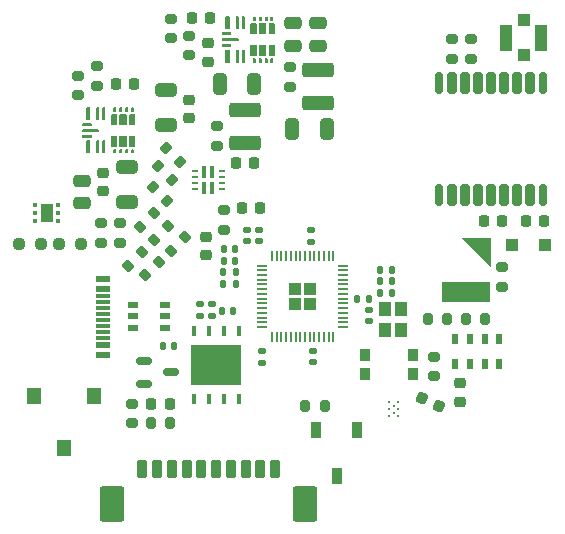
<source format=gtp>
%TF.GenerationSoftware,KiCad,Pcbnew,7.0.5-0*%
%TF.CreationDate,2024-02-18T18:21:39-05:00*%
%TF.ProjectId,BITSv5,42495453-7635-42e6-9b69-6361645f7063,2*%
%TF.SameCoordinates,Original*%
%TF.FileFunction,Paste,Top*%
%TF.FilePolarity,Positive*%
%FSLAX46Y46*%
G04 Gerber Fmt 4.6, Leading zero omitted, Abs format (unit mm)*
G04 Created by KiCad (PCBNEW 7.0.5-0) date 2024-02-18 18:21:39*
%MOMM*%
%LPD*%
G01*
G04 APERTURE LIST*
G04 Aperture macros list*
%AMRoundRect*
0 Rectangle with rounded corners*
0 $1 Rounding radius*
0 $2 $3 $4 $5 $6 $7 $8 $9 X,Y pos of 4 corners*
0 Add a 4 corners polygon primitive as box body*
4,1,4,$2,$3,$4,$5,$6,$7,$8,$9,$2,$3,0*
0 Add four circle primitives for the rounded corners*
1,1,$1+$1,$2,$3*
1,1,$1+$1,$4,$5*
1,1,$1+$1,$6,$7*
1,1,$1+$1,$8,$9*
0 Add four rect primitives between the rounded corners*
20,1,$1+$1,$2,$3,$4,$5,0*
20,1,$1+$1,$4,$5,$6,$7,0*
20,1,$1+$1,$6,$7,$8,$9,0*
20,1,$1+$1,$8,$9,$2,$3,0*%
G04 Aperture macros list end*
%ADD10C,0.000100*%
%ADD11RoundRect,0.200000X0.200000X0.275000X-0.200000X0.275000X-0.200000X-0.275000X0.200000X-0.275000X0*%
%ADD12RoundRect,0.225000X-0.225000X-0.250000X0.225000X-0.250000X0.225000X0.250000X-0.225000X0.250000X0*%
%ADD13RoundRect,0.140000X0.140000X0.170000X-0.140000X0.170000X-0.140000X-0.170000X0.140000X-0.170000X0*%
%ADD14R,1.193800X1.397000*%
%ADD15RoundRect,0.250000X0.292217X-0.292217X0.292217X0.292217X-0.292217X0.292217X-0.292217X-0.292217X0*%
%ADD16RoundRect,0.050000X0.050000X-0.387500X0.050000X0.387500X-0.050000X0.387500X-0.050000X-0.387500X0*%
%ADD17RoundRect,0.050000X0.387500X-0.050000X0.387500X0.050000X-0.387500X0.050000X-0.387500X-0.050000X0*%
%ADD18RoundRect,0.200000X0.053033X-0.335876X0.335876X-0.053033X-0.053033X0.335876X-0.335876X0.053033X0*%
%ADD19R,0.972299X0.558000*%
%ADD20R,4.100000X1.700000*%
%ADD21RoundRect,0.200000X-0.275000X0.200000X-0.275000X-0.200000X0.275000X-0.200000X0.275000X0.200000X0*%
%ADD22RoundRect,0.250000X-0.475000X0.250000X-0.475000X-0.250000X0.475000X-0.250000X0.475000X0.250000X0*%
%ADD23RoundRect,0.135000X0.135000X0.185000X-0.135000X0.185000X-0.135000X-0.185000X0.135000X-0.185000X0*%
%ADD24RoundRect,0.200000X0.275000X-0.200000X0.275000X0.200000X-0.275000X0.200000X-0.275000X-0.200000X0*%
%ADD25RoundRect,0.200000X0.335876X0.053033X0.053033X0.335876X-0.335876X-0.053033X-0.053033X-0.335876X0*%
%ADD26R,1.150000X0.600000*%
%ADD27R,1.150000X0.300000*%
%ADD28RoundRect,0.140000X0.170000X-0.140000X0.170000X0.140000X-0.170000X0.140000X-0.170000X-0.140000X0*%
%ADD29RoundRect,0.150000X-0.512500X-0.150000X0.512500X-0.150000X0.512500X0.150000X-0.512500X0.150000X0*%
%ADD30RoundRect,0.250000X-0.325000X-0.650000X0.325000X-0.650000X0.325000X0.650000X-0.325000X0.650000X0*%
%ADD31RoundRect,0.250000X0.475000X-0.250000X0.475000X0.250000X-0.475000X0.250000X-0.475000X-0.250000X0*%
%ADD32R,0.399999X1.050000*%
%ADD33R,0.599999X0.200000*%
%ADD34RoundRect,0.140000X-0.170000X0.140000X-0.170000X-0.140000X0.170000X-0.140000X0.170000X0.140000X0*%
%ADD35R,0.550000X0.950000*%
%ADD36RoundRect,0.225000X0.225000X0.250000X-0.225000X0.250000X-0.225000X-0.250000X0.225000X-0.250000X0*%
%ADD37R,0.900000X1.000000*%
%ADD38R,0.811200X1.406398*%
%ADD39RoundRect,0.250000X0.650000X-0.325000X0.650000X0.325000X-0.650000X0.325000X-0.650000X-0.325000X0*%
%ADD40RoundRect,0.140000X-0.140000X-0.170000X0.140000X-0.170000X0.140000X0.170000X-0.140000X0.170000X0*%
%ADD41R,1.000000X1.150000*%
%ADD42RoundRect,0.225000X-0.250000X0.225000X-0.250000X-0.225000X0.250000X-0.225000X0.250000X0.225000X0*%
%ADD43RoundRect,0.225000X0.250000X-0.225000X0.250000X0.225000X-0.250000X0.225000X-0.250000X-0.225000X0*%
%ADD44R,0.449999X0.299999*%
%ADD45R,1.000000X1.599999*%
%ADD46RoundRect,0.250000X-1.075000X0.375000X-1.075000X-0.375000X1.075000X-0.375000X1.075000X0.375000X0*%
%ADD47RoundRect,0.200000X-0.335876X-0.053033X-0.053033X-0.335876X0.335876X0.053033X0.053033X0.335876X0*%
%ADD48RoundRect,0.200000X-0.200000X-0.275000X0.200000X-0.275000X0.200000X0.275000X-0.200000X0.275000X0*%
%ADD49RoundRect,0.135000X-0.135000X-0.185000X0.135000X-0.185000X0.135000X0.185000X-0.135000X0.185000X0*%
%ADD50RoundRect,0.225000X-0.309574X-0.131488X0.098265X-0.321666X0.309574X0.131488X-0.098265X0.321666X0*%
%ADD51RoundRect,0.200000X-0.053033X0.335876X-0.335876X0.053033X0.053033X-0.335876X0.335876X-0.053033X0*%
%ADD52RoundRect,0.200000X-0.200000X-0.600000X0.200000X-0.600000X0.200000X0.600000X-0.200000X0.600000X0*%
%ADD53RoundRect,0.250001X-0.799999X-1.249999X0.799999X-1.249999X0.799999X1.249999X-0.799999X1.249999X0*%
%ADD54RoundRect,0.218750X0.218750X0.256250X-0.218750X0.256250X-0.218750X-0.256250X0.218750X-0.256250X0*%
%ADD55RoundRect,0.250000X1.075000X-0.375000X1.075000X0.375000X-1.075000X0.375000X-1.075000X-0.375000X0*%
%ADD56RoundRect,0.250000X-0.300000X-0.300000X0.300000X-0.300000X0.300000X0.300000X-0.300000X0.300000X0*%
%ADD57R,1.000000X1.000000*%
%ADD58R,1.050000X2.200000*%
%ADD59RoundRect,0.237500X-0.250000X-0.237500X0.250000X-0.237500X0.250000X0.237500X-0.250000X0.237500X0*%
%ADD60C,0.200000*%
%ADD61RoundRect,0.237500X0.250000X0.237500X-0.250000X0.237500X-0.250000X-0.237500X0.250000X-0.237500X0*%
%ADD62R,0.431800X0.965200*%
%ADD63R,4.343400X3.454400*%
%ADD64RoundRect,0.250000X-0.650000X0.325000X-0.650000X-0.325000X0.650000X-0.325000X0.650000X0.325000X0*%
%ADD65RoundRect,0.175000X0.175000X-0.725000X0.175000X0.725000X-0.175000X0.725000X-0.175000X-0.725000X0*%
%ADD66RoundRect,0.200000X0.200000X-0.700000X0.200000X0.700000X-0.200000X0.700000X-0.200000X-0.700000X0*%
G04 APERTURE END LIST*
%TO.C,BT2*%
D10*
X146250000Y-64300000D02*
X143850000Y-61900000D01*
X146250000Y-61900000D01*
X146250000Y-64300000D01*
G36*
X146250000Y-64300000D02*
G01*
X143850000Y-61900000D01*
X146250000Y-61900000D01*
X146250000Y-64300000D01*
G37*
%TO.C,U8*%
G36*
X124213001Y-46012501D02*
G01*
X124213001Y-47012499D01*
X124163001Y-47062501D01*
X123888001Y-47062501D01*
X123838001Y-47012499D01*
X123838001Y-46012501D01*
X123888001Y-45962501D01*
X124163001Y-45962501D01*
X124213001Y-46012501D01*
G37*
G36*
X124962502Y-46012501D02*
G01*
X124962502Y-47012499D01*
X124912502Y-47062501D01*
X124762502Y-47062501D01*
X124712500Y-47012499D01*
X124712500Y-46012501D01*
X124762502Y-45962501D01*
X124912502Y-45962501D01*
X124962502Y-46012501D01*
G37*
G36*
X126412501Y-46737000D02*
G01*
X126412501Y-47012001D01*
X126362502Y-47062001D01*
X126212502Y-47062001D01*
X126162502Y-47012001D01*
X126162502Y-46737000D01*
X126212502Y-46687000D01*
X126362502Y-46687000D01*
X126412501Y-46737000D01*
G37*
G36*
X126912500Y-46737000D02*
G01*
X126912500Y-47012001D01*
X126862501Y-47062001D01*
X126712501Y-47062001D01*
X126662501Y-47012001D01*
X126662501Y-46737000D01*
X126712501Y-46687000D01*
X126862501Y-46687000D01*
X126912500Y-46737000D01*
G37*
G36*
X127412502Y-46737000D02*
G01*
X127412502Y-47012001D01*
X127362502Y-47062001D01*
X127212500Y-47062001D01*
X127162500Y-47012001D01*
X127162500Y-46737000D01*
X127212500Y-46687000D01*
X127362502Y-46687000D01*
X127412502Y-46737000D01*
G37*
G36*
X127912501Y-46737000D02*
G01*
X127912501Y-47012001D01*
X127862501Y-47062001D01*
X127712501Y-47062001D01*
X127662501Y-47012001D01*
X127662501Y-46737000D01*
X127712501Y-46687000D01*
X127862501Y-46687000D01*
X127912501Y-46737000D01*
G37*
G36*
X126480002Y-45612499D02*
G01*
X126480002Y-46442500D01*
X126430002Y-46492500D01*
X126015002Y-46492500D01*
X125965002Y-46442500D01*
X125965002Y-45612499D01*
X126015002Y-45562499D01*
X126430002Y-45562499D01*
X126480002Y-45612499D01*
G37*
G36*
X127297501Y-45612499D02*
G01*
X127297501Y-46442500D01*
X127247501Y-46492500D01*
X126727502Y-46492500D01*
X126677502Y-46442500D01*
X126677502Y-45612499D01*
X126727502Y-45562499D01*
X127247501Y-45562499D01*
X127297501Y-45612499D01*
G37*
G36*
X128015000Y-45612499D02*
G01*
X128015000Y-46442500D01*
X127965000Y-46492500D01*
X127550000Y-46492500D01*
X127500000Y-46442500D01*
X127500000Y-45612499D01*
X127550000Y-45562499D01*
X127965000Y-45562499D01*
X128015000Y-45612499D01*
G37*
G36*
X125462501Y-46012501D02*
G01*
X125462501Y-47012499D01*
X125412501Y-47062499D01*
X125262501Y-47062499D01*
X125212501Y-47012499D01*
X125212501Y-46012501D01*
X125262501Y-45962501D01*
X125412501Y-45962501D01*
X125462501Y-46012501D01*
G37*
G36*
X124337502Y-45537500D02*
G01*
X124337502Y-45687500D01*
X124287502Y-45737500D01*
X123587503Y-45737500D01*
X123537501Y-45687500D01*
X123537501Y-45537500D01*
X123587503Y-45487501D01*
X124287502Y-45487501D01*
X124337502Y-45537500D01*
G37*
G36*
X124963002Y-45062500D02*
G01*
X124963002Y-45162500D01*
X124887501Y-45212500D01*
X123588001Y-45212500D01*
X123538001Y-45162500D01*
X123537501Y-45062500D01*
X123588001Y-45012500D01*
X124887501Y-45012500D01*
X124963002Y-45062500D01*
G37*
G36*
X127297501Y-43782500D02*
G01*
X127297501Y-44612501D01*
X127247501Y-44662501D01*
X126727502Y-44662501D01*
X126677502Y-44612501D01*
X126677502Y-43782500D01*
X126727502Y-43732500D01*
X127247501Y-43732500D01*
X127297501Y-43782500D01*
G37*
G36*
X124337502Y-44537500D02*
G01*
X124337502Y-44687500D01*
X124287502Y-44737499D01*
X123587503Y-44737499D01*
X123537503Y-44687500D01*
X123537503Y-44537500D01*
X123587503Y-44487500D01*
X124287502Y-44487500D01*
X124337502Y-44537500D01*
G37*
G36*
X124962502Y-43212501D02*
G01*
X124962502Y-44212499D01*
X124912502Y-44262499D01*
X124762502Y-44262499D01*
X124712500Y-44212499D01*
X124712500Y-43212501D01*
X124762502Y-43162499D01*
X124912502Y-43162499D01*
X124962502Y-43212501D01*
G37*
G36*
X125462501Y-43212501D02*
G01*
X125462501Y-44212499D01*
X125412501Y-44262499D01*
X125262501Y-44262499D01*
X125212501Y-44212499D01*
X125212501Y-43212501D01*
X125262501Y-43162501D01*
X125412501Y-43162501D01*
X125462501Y-43212501D01*
G37*
G36*
X126480002Y-43782500D02*
G01*
X126480002Y-44612501D01*
X126430002Y-44662501D01*
X126015002Y-44662501D01*
X125965002Y-44612501D01*
X125965002Y-43782500D01*
X126015002Y-43732500D01*
X126430002Y-43732500D01*
X126480002Y-43782500D01*
G37*
G36*
X128015000Y-43782500D02*
G01*
X128015000Y-44612501D01*
X127965000Y-44662501D01*
X127550000Y-44662501D01*
X127500000Y-44612501D01*
X127500000Y-43782500D01*
X127550000Y-43732500D01*
X127965000Y-43732500D01*
X128015000Y-43782500D01*
G37*
G36*
X126412501Y-43212999D02*
G01*
X126412501Y-43488000D01*
X126362502Y-43538000D01*
X126212502Y-43538000D01*
X126162502Y-43488000D01*
X126162502Y-43212999D01*
X126212502Y-43162999D01*
X126362502Y-43162999D01*
X126412501Y-43212999D01*
G37*
G36*
X126912500Y-43212999D02*
G01*
X126912500Y-43488000D01*
X126862501Y-43538000D01*
X126712501Y-43538000D01*
X126662501Y-43488000D01*
X126662501Y-43212999D01*
X126712501Y-43162999D01*
X126862501Y-43162999D01*
X126912500Y-43212999D01*
G37*
G36*
X127412502Y-43212999D02*
G01*
X127412502Y-43488000D01*
X127362502Y-43538000D01*
X127212500Y-43538000D01*
X127162500Y-43488000D01*
X127162500Y-43212999D01*
X127212500Y-43162999D01*
X127362502Y-43162999D01*
X127412502Y-43212999D01*
G37*
G36*
X127912501Y-43212999D02*
G01*
X127912501Y-43488000D01*
X127862501Y-43538000D01*
X127712501Y-43538000D01*
X127662501Y-43488000D01*
X127662501Y-43212999D01*
X127712501Y-43162999D01*
X127862501Y-43162999D01*
X127912501Y-43212999D01*
G37*
G36*
X124213001Y-43212501D02*
G01*
X124213001Y-44212499D01*
X124163001Y-44262499D01*
X123888001Y-44262499D01*
X123838001Y-44212499D01*
X123838001Y-43212501D01*
X123888001Y-43162499D01*
X124163001Y-43162499D01*
X124213001Y-43212501D01*
G37*
%TO.C,U9*%
G36*
X109160560Y-59000941D02*
G01*
X109169753Y-59003730D01*
X109178224Y-59008259D01*
X109185648Y-59014353D01*
X109191741Y-59021777D01*
X109196270Y-59030248D01*
X109199059Y-59039440D01*
X109200002Y-59049001D01*
X109200002Y-59651001D01*
X109199059Y-59660562D01*
X109196270Y-59669754D01*
X109191741Y-59678225D01*
X109185648Y-59685649D01*
X109178224Y-59691743D01*
X109169753Y-59696271D01*
X109160560Y-59699060D01*
X109151000Y-59700003D01*
X108249000Y-59700003D01*
X108239440Y-59699060D01*
X108230247Y-59696271D01*
X108221776Y-59691743D01*
X108214352Y-59685649D01*
X108208259Y-59678225D01*
X108203730Y-59669754D01*
X108200941Y-59660562D01*
X108199998Y-59651001D01*
X108199998Y-59049001D01*
X108200941Y-59039440D01*
X108203730Y-59030248D01*
X108208259Y-59021777D01*
X108214352Y-59014353D01*
X108221776Y-59008259D01*
X108230247Y-59003730D01*
X108239440Y-59000941D01*
X108249000Y-59000002D01*
X109151000Y-59000002D01*
X109160560Y-59000941D01*
G37*
G36*
X109160560Y-59900940D02*
G01*
X109169753Y-59903729D01*
X109178224Y-59908257D01*
X109185648Y-59914351D01*
X109191741Y-59921775D01*
X109196270Y-59930246D01*
X109199059Y-59939438D01*
X109200002Y-59948999D01*
X109200002Y-60550999D01*
X109199059Y-60560560D01*
X109196270Y-60569752D01*
X109191741Y-60578223D01*
X109185648Y-60585647D01*
X109178224Y-60591741D01*
X109169753Y-60596270D01*
X109160560Y-60599059D01*
X109151000Y-60599998D01*
X108249000Y-60599998D01*
X108239440Y-60599059D01*
X108230247Y-60596270D01*
X108221776Y-60591741D01*
X108214352Y-60585647D01*
X108208259Y-60578223D01*
X108203730Y-60569752D01*
X108200941Y-60560560D01*
X108199998Y-60550999D01*
X108199998Y-59948999D01*
X108200941Y-59939438D01*
X108203730Y-59930246D01*
X108208259Y-59921775D01*
X108214352Y-59914351D01*
X108221776Y-59908257D01*
X108230247Y-59903729D01*
X108239440Y-59900940D01*
X108249000Y-59899997D01*
X109151000Y-59899997D01*
X109160560Y-59900940D01*
G37*
%TO.C,U5*%
G36*
X112413001Y-53700001D02*
G01*
X112413001Y-54699999D01*
X112363001Y-54750001D01*
X112088001Y-54750001D01*
X112038001Y-54699999D01*
X112038001Y-53700001D01*
X112088001Y-53650001D01*
X112363001Y-53650001D01*
X112413001Y-53700001D01*
G37*
G36*
X113162502Y-53700001D02*
G01*
X113162502Y-54699999D01*
X113112502Y-54750001D01*
X112962502Y-54750001D01*
X112912500Y-54699999D01*
X112912500Y-53700001D01*
X112962502Y-53650001D01*
X113112502Y-53650001D01*
X113162502Y-53700001D01*
G37*
G36*
X114612501Y-54424500D02*
G01*
X114612501Y-54699501D01*
X114562502Y-54749501D01*
X114412502Y-54749501D01*
X114362502Y-54699501D01*
X114362502Y-54424500D01*
X114412502Y-54374500D01*
X114562502Y-54374500D01*
X114612501Y-54424500D01*
G37*
G36*
X115112500Y-54424500D02*
G01*
X115112500Y-54699501D01*
X115062501Y-54749501D01*
X114912501Y-54749501D01*
X114862501Y-54699501D01*
X114862501Y-54424500D01*
X114912501Y-54374500D01*
X115062501Y-54374500D01*
X115112500Y-54424500D01*
G37*
G36*
X115612502Y-54424500D02*
G01*
X115612502Y-54699501D01*
X115562502Y-54749501D01*
X115412500Y-54749501D01*
X115362500Y-54699501D01*
X115362500Y-54424500D01*
X115412500Y-54374500D01*
X115562502Y-54374500D01*
X115612502Y-54424500D01*
G37*
G36*
X116112501Y-54424500D02*
G01*
X116112501Y-54699501D01*
X116062501Y-54749501D01*
X115912501Y-54749501D01*
X115862501Y-54699501D01*
X115862501Y-54424500D01*
X115912501Y-54374500D01*
X116062501Y-54374500D01*
X116112501Y-54424500D01*
G37*
G36*
X114680002Y-53299999D02*
G01*
X114680002Y-54130000D01*
X114630002Y-54180000D01*
X114215002Y-54180000D01*
X114165002Y-54130000D01*
X114165002Y-53299999D01*
X114215002Y-53249999D01*
X114630002Y-53249999D01*
X114680002Y-53299999D01*
G37*
G36*
X115497501Y-53299999D02*
G01*
X115497501Y-54130000D01*
X115447501Y-54180000D01*
X114927502Y-54180000D01*
X114877502Y-54130000D01*
X114877502Y-53299999D01*
X114927502Y-53249999D01*
X115447501Y-53249999D01*
X115497501Y-53299999D01*
G37*
G36*
X116215000Y-53299999D02*
G01*
X116215000Y-54130000D01*
X116165000Y-54180000D01*
X115750000Y-54180000D01*
X115700000Y-54130000D01*
X115700000Y-53299999D01*
X115750000Y-53249999D01*
X116165000Y-53249999D01*
X116215000Y-53299999D01*
G37*
G36*
X113662501Y-53700001D02*
G01*
X113662501Y-54699999D01*
X113612501Y-54749999D01*
X113462501Y-54749999D01*
X113412501Y-54699999D01*
X113412501Y-53700001D01*
X113462501Y-53650001D01*
X113612501Y-53650001D01*
X113662501Y-53700001D01*
G37*
G36*
X112537502Y-53225000D02*
G01*
X112537502Y-53375000D01*
X112487502Y-53425000D01*
X111787503Y-53425000D01*
X111737501Y-53375000D01*
X111737501Y-53225000D01*
X111787503Y-53175001D01*
X112487502Y-53175001D01*
X112537502Y-53225000D01*
G37*
G36*
X113163002Y-52750000D02*
G01*
X113163002Y-52850000D01*
X113087501Y-52900000D01*
X111788001Y-52900000D01*
X111738001Y-52850000D01*
X111737501Y-52750000D01*
X111788001Y-52700000D01*
X113087501Y-52700000D01*
X113163002Y-52750000D01*
G37*
G36*
X115497501Y-51470000D02*
G01*
X115497501Y-52300001D01*
X115447501Y-52350001D01*
X114927502Y-52350001D01*
X114877502Y-52300001D01*
X114877502Y-51470000D01*
X114927502Y-51420000D01*
X115447501Y-51420000D01*
X115497501Y-51470000D01*
G37*
G36*
X112537502Y-52225000D02*
G01*
X112537502Y-52375000D01*
X112487502Y-52424999D01*
X111787503Y-52424999D01*
X111737503Y-52375000D01*
X111737503Y-52225000D01*
X111787503Y-52175000D01*
X112487502Y-52175000D01*
X112537502Y-52225000D01*
G37*
G36*
X113162502Y-50900001D02*
G01*
X113162502Y-51899999D01*
X113112502Y-51949999D01*
X112962502Y-51949999D01*
X112912500Y-51899999D01*
X112912500Y-50900001D01*
X112962502Y-50849999D01*
X113112502Y-50849999D01*
X113162502Y-50900001D01*
G37*
G36*
X113662501Y-50900001D02*
G01*
X113662501Y-51899999D01*
X113612501Y-51949999D01*
X113462501Y-51949999D01*
X113412501Y-51899999D01*
X113412501Y-50900001D01*
X113462501Y-50850001D01*
X113612501Y-50850001D01*
X113662501Y-50900001D01*
G37*
G36*
X114680002Y-51470000D02*
G01*
X114680002Y-52300001D01*
X114630002Y-52350001D01*
X114215002Y-52350001D01*
X114165002Y-52300001D01*
X114165002Y-51470000D01*
X114215002Y-51420000D01*
X114630002Y-51420000D01*
X114680002Y-51470000D01*
G37*
G36*
X116215000Y-51470000D02*
G01*
X116215000Y-52300001D01*
X116165000Y-52350001D01*
X115750000Y-52350001D01*
X115700000Y-52300001D01*
X115700000Y-51470000D01*
X115750000Y-51420000D01*
X116165000Y-51420000D01*
X116215000Y-51470000D01*
G37*
G36*
X114612501Y-50900499D02*
G01*
X114612501Y-51175500D01*
X114562502Y-51225500D01*
X114412502Y-51225500D01*
X114362502Y-51175500D01*
X114362502Y-50900499D01*
X114412502Y-50850499D01*
X114562502Y-50850499D01*
X114612501Y-50900499D01*
G37*
G36*
X115112500Y-50900499D02*
G01*
X115112500Y-51175500D01*
X115062501Y-51225500D01*
X114912501Y-51225500D01*
X114862501Y-51175500D01*
X114862501Y-50900499D01*
X114912501Y-50850499D01*
X115062501Y-50850499D01*
X115112500Y-50900499D01*
G37*
G36*
X115612502Y-50900499D02*
G01*
X115612502Y-51175500D01*
X115562502Y-51225500D01*
X115412500Y-51225500D01*
X115362500Y-51175500D01*
X115362500Y-50900499D01*
X115412500Y-50850499D01*
X115562502Y-50850499D01*
X115612502Y-50900499D01*
G37*
G36*
X116112501Y-50900499D02*
G01*
X116112501Y-51175500D01*
X116062501Y-51225500D01*
X115912501Y-51225500D01*
X115862501Y-51175500D01*
X115862501Y-50900499D01*
X115912501Y-50850499D01*
X116062501Y-50850499D01*
X116112501Y-50900499D01*
G37*
G36*
X112413001Y-50900001D02*
G01*
X112413001Y-51899999D01*
X112363001Y-51949999D01*
X112088001Y-51949999D01*
X112038001Y-51899999D01*
X112038001Y-50900001D01*
X112088001Y-50849999D01*
X112363001Y-50849999D01*
X112413001Y-50900001D01*
G37*
%TO.C,U2*%
G36*
X122261100Y-74328000D02*
G01*
X121013300Y-74328000D01*
X121013300Y-72800800D01*
X122261100Y-72800800D01*
X122261100Y-74328000D01*
G37*
G36*
X123708900Y-74328000D02*
G01*
X122461100Y-74328000D01*
X122461100Y-72800800D01*
X123708900Y-72800800D01*
X123708900Y-74328000D01*
G37*
G36*
X125156700Y-74328000D02*
G01*
X123908900Y-74328000D01*
X123908900Y-72800800D01*
X125156700Y-72800800D01*
X125156700Y-74328000D01*
G37*
G36*
X122261100Y-72600800D02*
G01*
X121013300Y-72600800D01*
X121013300Y-71073600D01*
X122261100Y-71073600D01*
X122261100Y-72600800D01*
G37*
G36*
X123708900Y-72600800D02*
G01*
X122461100Y-72600800D01*
X122461100Y-71073600D01*
X123708900Y-71073600D01*
X123708900Y-72600800D01*
G37*
G36*
X125156700Y-72600800D02*
G01*
X123908900Y-72600800D01*
X123908900Y-71073600D01*
X125156700Y-71073600D01*
X125156700Y-72600800D01*
G37*
%TD*%
D11*
%TO.C,R9*%
X145825000Y-68800000D03*
X144175000Y-68800000D03*
%TD*%
D12*
%TO.C,C17*%
X114550000Y-48900000D03*
X116100000Y-48900000D03*
%TD*%
D13*
%TO.C,C1*%
X124670000Y-63825600D03*
X123710000Y-63825600D03*
%TD*%
D14*
%TO.C,SW3*%
X112700100Y-75255001D03*
X110160100Y-79655000D03*
X107620100Y-75255001D03*
%TD*%
D15*
%TO.C,U1*%
X129742500Y-67485600D03*
X131017500Y-67485600D03*
X129742500Y-66210600D03*
X131017500Y-66210600D03*
D16*
X127780000Y-70285600D03*
X128180000Y-70285600D03*
X128580000Y-70285600D03*
X128980000Y-70285600D03*
X129380000Y-70285600D03*
X129780000Y-70285600D03*
X130180000Y-70285600D03*
X130580000Y-70285600D03*
X130980000Y-70285600D03*
X131380000Y-70285600D03*
X131780000Y-70285600D03*
X132180000Y-70285600D03*
X132580000Y-70285600D03*
X132980000Y-70285600D03*
D17*
X133817500Y-69448100D03*
X133817500Y-69048100D03*
X133817500Y-68648100D03*
X133817500Y-68248100D03*
X133817500Y-67848100D03*
X133817500Y-67448100D03*
X133817500Y-67048100D03*
X133817500Y-66648100D03*
X133817500Y-66248100D03*
X133817500Y-65848100D03*
X133817500Y-65448100D03*
X133817500Y-65048100D03*
X133817500Y-64648100D03*
X133817500Y-64248100D03*
D16*
X132980000Y-63410600D03*
X132580000Y-63410600D03*
X132180000Y-63410600D03*
X131780000Y-63410600D03*
X131380000Y-63410600D03*
X130980000Y-63410600D03*
X130580000Y-63410600D03*
X130180000Y-63410600D03*
X129780000Y-63410600D03*
X129380000Y-63410600D03*
X128980000Y-63410600D03*
X128580000Y-63410600D03*
X128180000Y-63410600D03*
X127780000Y-63410600D03*
D17*
X126942500Y-64248100D03*
X126942500Y-64648100D03*
X126942500Y-65048100D03*
X126942500Y-65448100D03*
X126942500Y-65848100D03*
X126942500Y-66248100D03*
X126942500Y-66648100D03*
X126942500Y-67048100D03*
X126942500Y-67448100D03*
X126942500Y-67848100D03*
X126942500Y-68248100D03*
X126942500Y-68648100D03*
X126942500Y-69048100D03*
X126942500Y-69448100D03*
%TD*%
D18*
%TO.C,R29*%
X119216637Y-62983363D03*
X120383363Y-61816637D03*
%TD*%
D19*
%TO.C,U10*%
X118707551Y-69498103D03*
X118707551Y-68548102D03*
X118707551Y-67598101D03*
X115982649Y-67598101D03*
X115982649Y-68548102D03*
X115982649Y-69498103D03*
%TD*%
D20*
%TO.C,BT2*%
X144200000Y-66450000D03*
%TD*%
D21*
%TO.C,R24*%
X143000000Y-45075000D03*
X143000000Y-46725000D03*
%TD*%
D22*
%TO.C,C21*%
X111700000Y-57050000D03*
X111700000Y-58950000D03*
%TD*%
D23*
%TO.C,R5*%
X136010000Y-67065600D03*
X134990000Y-67065600D03*
%TD*%
D24*
%TO.C,R33*%
X119200000Y-45025000D03*
X119200000Y-43375000D03*
%TD*%
D21*
%TO.C,R17*%
X123700000Y-59575000D03*
X123700000Y-61225000D03*
%TD*%
D25*
%TO.C,R26*%
X119283363Y-56983363D03*
X118116637Y-55816637D03*
%TD*%
D26*
%TO.C,J2*%
X113475100Y-65398102D03*
X113475100Y-66198102D03*
D27*
X113475100Y-67348102D03*
X113475100Y-68348102D03*
X113475100Y-68848102D03*
X113475100Y-69848102D03*
D26*
X113475100Y-70998102D03*
X113475100Y-71798102D03*
X113475100Y-71798102D03*
X113475100Y-70998102D03*
D27*
X113475100Y-70348102D03*
X113475100Y-69348102D03*
X113475100Y-67848102D03*
X113475100Y-66848102D03*
D26*
X113475100Y-66198102D03*
X113475100Y-65398102D03*
%TD*%
D24*
%TO.C,R32*%
X111400000Y-49825000D03*
X111400000Y-48175000D03*
%TD*%
%TO.C,R15*%
X113300000Y-62325000D03*
X113300000Y-60675000D03*
%TD*%
D28*
%TO.C,C9*%
X131130000Y-62235600D03*
X131130000Y-61275600D03*
%TD*%
D29*
%TO.C,Q1*%
X116962500Y-72350000D03*
X116962500Y-74250000D03*
X119237500Y-73300000D03*
%TD*%
D30*
%TO.C,C28*%
X129485000Y-52725000D03*
X132435000Y-52725000D03*
%TD*%
D31*
%TO.C,C25*%
X129600000Y-45650000D03*
X129600000Y-43750000D03*
%TD*%
D12*
%TO.C,C39*%
X149300000Y-60500000D03*
X150850000Y-60500000D03*
%TD*%
D32*
%TO.C,U6*%
X122724998Y-56325000D03*
X122024999Y-56325000D03*
D33*
X121250000Y-56249999D03*
X121250000Y-56750000D03*
X121250000Y-57250000D03*
X121250000Y-57750001D03*
D32*
X122024999Y-57675000D03*
X122724998Y-57675000D03*
D33*
X123549998Y-57750001D03*
X123549998Y-57250000D03*
X123549998Y-56750000D03*
X123549998Y-56249999D03*
%TD*%
D34*
%TO.C,C13*%
X135970000Y-68025600D03*
X135970000Y-68985600D03*
%TD*%
D12*
%TO.C,C33*%
X125225000Y-59400000D03*
X126775000Y-59400000D03*
%TD*%
D18*
%TO.C,R23*%
X117816637Y-62083363D03*
X118983363Y-60916637D03*
%TD*%
D35*
%TO.C,U11*%
X143300000Y-72600000D03*
X144550000Y-72600000D03*
X145800000Y-72600000D03*
X147050000Y-72600000D03*
X147050000Y-70450000D03*
X145800000Y-70450000D03*
X144550000Y-70450000D03*
X143300000Y-70450000D03*
%TD*%
D36*
%TO.C,C24*%
X122575000Y-43300000D03*
X121025000Y-43300000D03*
%TD*%
D24*
%TO.C,R14*%
X147300000Y-66025000D03*
X147300000Y-64375000D03*
%TD*%
D34*
%TO.C,C10*%
X131300000Y-71465600D03*
X131300000Y-72425600D03*
%TD*%
D24*
%TO.C,R10*%
X129310000Y-49100000D03*
X129310000Y-47450000D03*
%TD*%
D12*
%TO.C,C16*%
X124725000Y-55600000D03*
X126275000Y-55600000D03*
%TD*%
D37*
%TO.C,B1*%
X135650000Y-71800000D03*
X139750000Y-71800000D03*
X135650000Y-73400000D03*
X139750000Y-73400000D03*
%TD*%
D34*
%TO.C,C6*%
X122675000Y-67545000D03*
X122675000Y-68505000D03*
%TD*%
D38*
%TO.C,SW2*%
X135025002Y-78182700D03*
X131524998Y-78182700D03*
X133275000Y-82067300D03*
%TD*%
D39*
%TO.C,C18*%
X118800000Y-52375000D03*
X118800000Y-49425000D03*
%TD*%
D30*
%TO.C,C38*%
X123350000Y-48900000D03*
X126300000Y-48900000D03*
%TD*%
D40*
%TO.C,C3*%
X136950000Y-64615600D03*
X137910000Y-64615600D03*
%TD*%
D34*
%TO.C,C12*%
X121725000Y-67535600D03*
X121725000Y-68495600D03*
%TD*%
D41*
%TO.C,Y1*%
X137320000Y-67955600D03*
X137320000Y-69705600D03*
X138720000Y-69705600D03*
X138720000Y-67955600D03*
%TD*%
D42*
%TO.C,C29*%
X143700000Y-74225000D03*
X143700000Y-75775000D03*
%TD*%
D21*
%TO.C,R16*%
X114900000Y-60675000D03*
X114900000Y-62325000D03*
%TD*%
%TO.C,R11*%
X141500000Y-71975000D03*
X141500000Y-73625000D03*
%TD*%
D43*
%TO.C,C23*%
X122400000Y-46975000D03*
X122400000Y-45425000D03*
%TD*%
D24*
%TO.C,R20*%
X120800000Y-46425000D03*
X120800000Y-44775000D03*
%TD*%
D44*
%TO.C,U9*%
X107725001Y-59149999D03*
X107725001Y-59800000D03*
X107725001Y-60449999D03*
X109674999Y-60449999D03*
X109674999Y-59800000D03*
X109674999Y-59149999D03*
D45*
X108700000Y-59800000D03*
%TD*%
D40*
%TO.C,C11*%
X136950000Y-65595600D03*
X137910000Y-65595600D03*
%TD*%
D46*
%TO.C,L4*%
X125500000Y-51100000D03*
X125500000Y-53900000D03*
%TD*%
D47*
%TO.C,R25*%
X118816637Y-54316637D03*
X119983363Y-55483363D03*
%TD*%
D48*
%TO.C,R6*%
X140975000Y-68800000D03*
X142625000Y-68800000D03*
%TD*%
D18*
%TO.C,R22*%
X115616637Y-64283363D03*
X116783363Y-63116637D03*
%TD*%
D13*
%TO.C,C2*%
X124670000Y-62815600D03*
X123710000Y-62815600D03*
%TD*%
D49*
%TO.C,R2*%
X123680000Y-65835600D03*
X124700000Y-65835600D03*
%TD*%
D40*
%TO.C,C14*%
X136950000Y-66595600D03*
X137910000Y-66595600D03*
%TD*%
D50*
%TO.C,C30*%
X140500000Y-75500000D03*
X141904778Y-76155058D03*
%TD*%
D11*
%TO.C,R4*%
X132250000Y-76125000D03*
X130600000Y-76125000D03*
%TD*%
D42*
%TO.C,C15*%
X122200000Y-61825000D03*
X122200000Y-63375000D03*
%TD*%
D34*
%TO.C,C5*%
X126980000Y-71515600D03*
X126980000Y-72475600D03*
%TD*%
D21*
%TO.C,R31*%
X113000000Y-47375000D03*
X113000000Y-49025000D03*
%TD*%
%TO.C,R21*%
X144600000Y-45075000D03*
X144600000Y-46725000D03*
%TD*%
D51*
%TO.C,R28*%
X117783363Y-59816637D03*
X116616637Y-60983363D03*
%TD*%
D24*
%TO.C,R12*%
X115917500Y-77615000D03*
X115917500Y-75965000D03*
%TD*%
D13*
%TO.C,C4*%
X124530000Y-68125600D03*
X123570000Y-68125600D03*
%TD*%
D49*
%TO.C,R1*%
X123680000Y-64835600D03*
X124700000Y-64835600D03*
%TD*%
D28*
%TO.C,C32*%
X126690000Y-62175600D03*
X126690000Y-61215600D03*
%TD*%
D52*
%TO.C,J4*%
X116805000Y-81500000D03*
X118055000Y-81500000D03*
X119305000Y-81500000D03*
X120555000Y-81500000D03*
X121805000Y-81500000D03*
X123055000Y-81500000D03*
X124305000Y-81500000D03*
X125555000Y-81500000D03*
X126805000Y-81500000D03*
X128055000Y-81500000D03*
D53*
X114255000Y-84400000D03*
X130605000Y-84400000D03*
%TD*%
D54*
%TO.C,D1*%
X119155000Y-75950000D03*
X117580000Y-75950000D03*
%TD*%
D43*
%TO.C,C34*%
X120800000Y-51775000D03*
X120800000Y-50225000D03*
%TD*%
D21*
%TO.C,R13*%
X123100000Y-52475000D03*
X123100000Y-54125000D03*
%TD*%
D36*
%TO.C,C40*%
X147250000Y-60500000D03*
X145700000Y-60500000D03*
%TD*%
D47*
%TO.C,R27*%
X117716637Y-57616637D03*
X118883363Y-58783363D03*
%TD*%
D13*
%TO.C,C7*%
X119515000Y-71035000D03*
X118555000Y-71035000D03*
%TD*%
D51*
%TO.C,R30*%
X118183363Y-63916637D03*
X117016637Y-65083363D03*
%TD*%
D31*
%TO.C,C31*%
X131700000Y-45650000D03*
X131700000Y-43750000D03*
%TD*%
D55*
%TO.C,L3*%
X131685000Y-50525000D03*
X131685000Y-47725000D03*
%TD*%
D56*
%TO.C,D2*%
X148100000Y-62500000D03*
X150900000Y-62500000D03*
%TD*%
D42*
%TO.C,C19*%
X113500000Y-56425000D03*
X113500000Y-57975000D03*
%TD*%
D57*
%TO.C,J5*%
X149100000Y-46450000D03*
D58*
X147625000Y-44950000D03*
D57*
X149100000Y-43450000D03*
D58*
X150575000Y-44950000D03*
%TD*%
D59*
%TO.C,R8*%
X106387500Y-62400000D03*
X108212500Y-62400000D03*
%TD*%
D28*
%TO.C,C8*%
X125660000Y-62175600D03*
X125660000Y-61215600D03*
%TD*%
D60*
%TO.C,U7*%
X137700000Y-75800000D03*
X138500000Y-75800000D03*
X138100000Y-76100000D03*
X137700000Y-76400000D03*
X138500000Y-76400000D03*
X138100000Y-76700000D03*
X137700000Y-77000000D03*
X138500000Y-77000000D03*
%TD*%
D61*
%TO.C,R7*%
X111612500Y-62400000D03*
X109787500Y-62400000D03*
%TD*%
D11*
%TO.C,R3*%
X119182500Y-77590000D03*
X117532500Y-77590000D03*
%TD*%
D62*
%TO.C,U2*%
X121180000Y-75571000D03*
X122450000Y-75571000D03*
X123720000Y-75571000D03*
X124990000Y-75571000D03*
X124990000Y-69830600D03*
X123720000Y-69830600D03*
X122450000Y-69830600D03*
X121180000Y-69830600D03*
D63*
X123085000Y-72700800D03*
%TD*%
D64*
%TO.C,C20*%
X115500000Y-55925000D03*
X115500000Y-58875000D03*
%TD*%
D65*
%TO.C,U3*%
X141900000Y-58300000D03*
D66*
X143000000Y-58300000D03*
X144100000Y-58300000D03*
X145200000Y-58300000D03*
X146300000Y-58300000D03*
X147400000Y-58300000D03*
X148500000Y-58300000D03*
X149600000Y-58300000D03*
D65*
X150700000Y-58300000D03*
X150700000Y-48800000D03*
D66*
X149600000Y-48800000D03*
X148500000Y-48800000D03*
X147400000Y-48800000D03*
X146300000Y-48800000D03*
X145200000Y-48800000D03*
X144100000Y-48800000D03*
X143000000Y-48800000D03*
D65*
X141900000Y-48800000D03*
%TD*%
M02*

</source>
